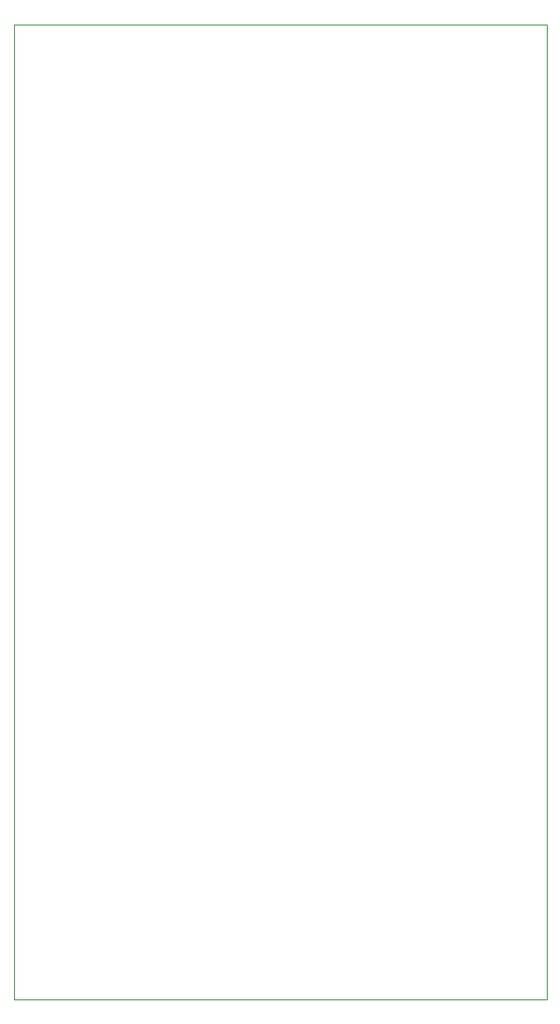
<source format=gbr>
%TF.GenerationSoftware,KiCad,Pcbnew,7.0.10*%
%TF.CreationDate,2024-01-02T11:24:53+01:00*%
%TF.ProjectId,sim800x_break,73696d38-3030-4785-9f62-7265616b2e6b,rev?*%
%TF.SameCoordinates,Original*%
%TF.FileFunction,Profile,NP*%
%FSLAX46Y46*%
G04 Gerber Fmt 4.6, Leading zero omitted, Abs format (unit mm)*
G04 Created by KiCad (PCBNEW 7.0.10) date 2024-01-02 11:24:53*
%MOMM*%
%LPD*%
G01*
G04 APERTURE LIST*
%TA.AperFunction,Profile*%
%ADD10C,0.050000*%
%TD*%
G04 APERTURE END LIST*
D10*
X72390000Y-38100000D02*
X123825000Y-38100000D01*
X123825000Y-132080000D01*
X72390000Y-132080000D01*
X72390000Y-38100000D01*
M02*

</source>
